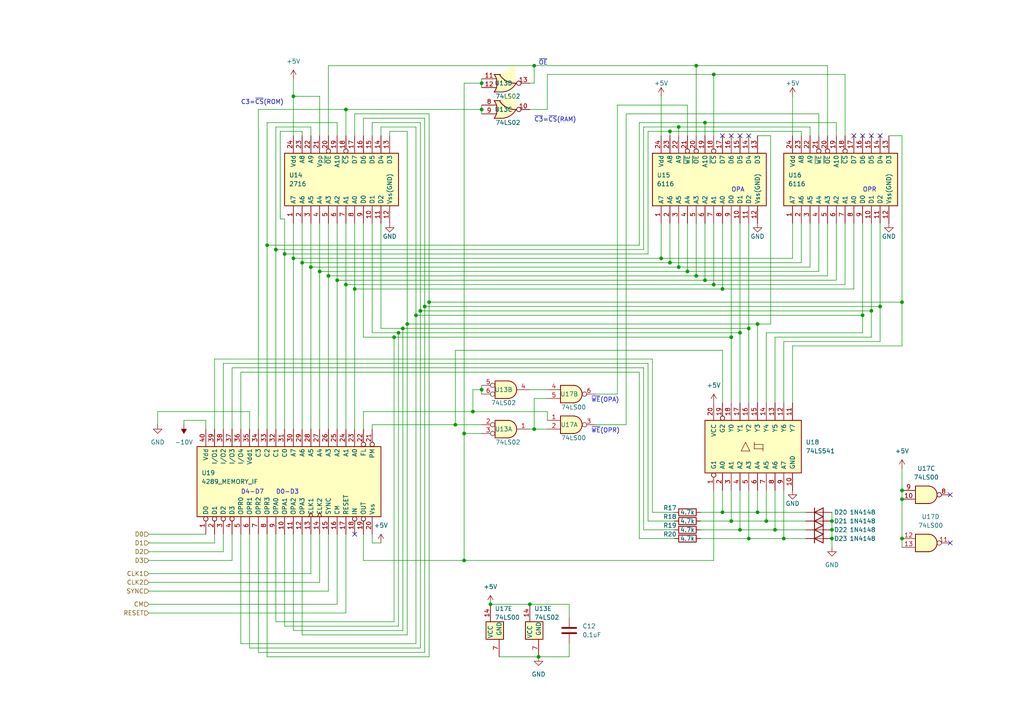
<source format=kicad_sch>
(kicad_sch (version 20211123) (generator eeschema)
  (paper "A4")
  (lib_symbols
    (symbol "000_MyLibrary:2716"
      (property "Reference" "U" (at -6.35 24.13 0))
      (property "Value" "2716" (at 2.54 24.13 0))
      (symbol "2716_1_1"
        (pin input line (at -12.7 20.32 0) (length 5.08) (name "A7") (number "1"))
        (pin tri_state line (at -12.7 -2.54 0) (length 5.08) (name "D1") (number "10"))
        (pin tri_state line (at -12.7 -5.08 0) (length 5.08) (name "D2") (number "11"))
        (pin power_in line (at -12.7 -7.62 0) (length 5.08) (name "Vss(GND)") (number "12"))
        (pin tri_state line (at 12.7 -7.62 180) (length 5.08) (name "D3") (number "13"))
        (pin tri_state line (at 12.7 -5.08 180) (length 5.08) (name "D4") (number "14"))
        (pin tri_state line (at 12.7 -2.54 180) (length 5.08) (name "D5") (number "15"))
        (pin tri_state line (at 12.7 0 180) (length 5.08) (name "D6") (number "16"))
        (pin tri_state line (at 12.7 2.54 180) (length 5.08) (name "D7") (number "17"))
        (pin input inverted (at 12.7 5.08 180) (length 5.08) (name "~{CS}") (number "18"))
        (pin input line (at 12.7 7.62 180) (length 5.08) (name "A10") (number "19"))
        (pin input line (at -12.7 17.78 0) (length 5.08) (name "A6") (number "2"))
        (pin input inverted (at 12.7 10.16 180) (length 5.08) (name "~{OE}") (number "20"))
        (pin power_in line (at 12.7 12.7 180) (length 5.08) (name "Vpp") (number "21"))
        (pin input line (at 12.7 15.24 180) (length 5.08) (name "A9") (number "22"))
        (pin input line (at 12.7 17.78 180) (length 5.08) (name "A8") (number "23"))
        (pin power_in line (at 12.7 20.32 180) (length 5.08) (name "Vdd") (number "24"))
        (pin input line (at -12.7 15.24 0) (length 5.08) (name "A5") (number "3"))
        (pin input line (at -12.7 12.7 0) (length 5.08) (name "A4") (number "4"))
        (pin input line (at -12.7 10.16 0) (length 5.08) (name "A3") (number "5"))
        (pin input line (at -12.7 7.62 0) (length 5.08) (name "A2") (number "6"))
        (pin input line (at -12.7 5.08 0) (length 5.08) (name "A1") (number "7"))
        (pin input line (at -12.7 2.54 0) (length 5.08) (name "A0") (number "8"))
        (pin tri_state line (at -12.7 0 0) (length 5.08) (name "D0") (number "9"))
      )
    )
    (symbol "000_MyLibrary:4289_MEMORY_IF"
      (property "Reference" "U" (at -7.62 30.48 0))
      (property "Value" "4289_MEMORY_IF" (at 7.62 27.94 0))
      (symbol "4289_MEMORY_IF_1_1"
        (pin bidirectional inverted (at -15.24 24.13 0) (length 5.08) (name "D0") (number "1"))
        (pin input line (at -15.24 1.27 0) (length 5.08) (name "OPA1") (number "10"))
        (pin input line (at -15.24 -1.27 0) (length 5.08) (name "OPA2") (number "11"))
        (pin input line (at -15.24 -3.81 0) (length 5.08) (name "OPA3") (number "12"))
        (pin input clock (at -15.24 -6.35 0) (length 5.08) (name "CLK1") (number "13"))
        (pin input clock (at -15.24 -8.89 0) (length 5.08) (name "CLK2") (number "14"))
        (pin input line (at -15.24 -11.43 0) (length 5.08) (name "SYNC") (number "15"))
        (pin input line (at -15.24 -13.97 0) (length 5.08) (name "CM") (number "16"))
        (pin input line (at -15.24 -16.51 0) (length 5.08) (name "RESET") (number "17"))
        (pin output inverted (at -15.24 -19.05 0) (length 5.08) (name "IN") (number "18"))
        (pin output inverted (at -15.24 -21.59 0) (length 5.08) (name "OUT") (number "19"))
        (pin bidirectional inverted (at -15.24 21.59 0) (length 5.08) (name "D1") (number "2"))
        (pin power_in line (at -15.24 -24.13 0) (length 5.08) (name "Vss") (number "20"))
        (pin output inverted (at 15.24 -24.13 180) (length 5.08) (name "PM") (number "21"))
        (pin output inverted (at 15.24 -21.59 180) (length 5.08) (name "FL") (number "22"))
        (pin output line (at 15.24 -19.05 180) (length 5.08) (name "A0") (number "23"))
        (pin output line (at 15.24 -16.51 180) (length 5.08) (name "A1") (number "24"))
        (pin output line (at 15.24 -13.97 180) (length 5.08) (name "A2") (number "25"))
        (pin output line (at 15.24 -11.43 180) (length 5.08) (name "A3") (number "26"))
        (pin output line (at 15.24 -8.89 180) (length 5.08) (name "A4") (number "27"))
        (pin output line (at 15.24 -6.35 180) (length 5.08) (name "A5") (number "28"))
        (pin output line (at 15.24 -3.81 180) (length 5.08) (name "A6") (number "29"))
        (pin bidirectional inverted (at -15.24 19.05 0) (length 5.08) (name "D2") (number "3"))
        (pin output line (at 15.24 -1.27 180) (length 5.08) (name "A7") (number "30"))
        (pin output line (at 15.24 1.27 180) (length 5.08) (name "C0") (number "31"))
        (pin output line (at 15.24 3.81 180) (length 5.08) (name "C1") (number "32"))
        (pin output line (at 15.24 6.35 180) (length 5.08) (name "C2") (number "33"))
        (pin output line (at 15.24 8.89 180) (length 5.08) (name "C3") (number "34"))
        (pin power_in line (at 15.24 11.43 180) (length 5.08) (name "Vdd1") (number "35"))
        (pin bidirectional line (at 15.24 13.97 180) (length 5.08) (name "I/O4") (number "36"))
        (pin bidirectional line (at 15.24 16.51 180) (length 5.08) (name "I/O3") (number "37"))
        (pin bidirectional line (at 15.24 19.05 180) (length 5.08) (name "I/O2") (number "38"))
        (pin bidirectional line (at 15.24 21.59 180) (length 5.08) (name "I/O1") (number "39"))
        (pin bidirectional inverted (at -15.24 16.51 0) (length 5.08) (name "D3") (number "4"))
        (pin power_in line (at 15.24 24.13 180) (length 5.08) (name "Vdd") (number "40"))
        (pin input line (at -15.24 13.97 0) (length 5.08) (name "OPR0") (number "5"))
        (pin input line (at -15.24 11.43 0) (length 5.08) (name "OPR1") (number "6"))
        (pin input line (at -15.24 8.89 0) (length 5.08) (name "OPR2") (number "7"))
        (pin input line (at -15.24 6.35 0) (length 5.08) (name "OPR3") (number "8"))
        (pin input line (at -15.24 3.81 0) (length 5.08) (name "OPA0") (number "9"))
      )
    )
    (symbol "000_MyLibrary:6116"
      (property "Reference" "U" (at -6.35 24.13 0))
      (property "Value" "6116" (at 2.54 24.13 0))
      (symbol "6116_1_1"
        (pin input line (at -12.7 20.32 0) (length 5.08) (name "A7") (number "1"))
        (pin tri_state line (at -12.7 -2.54 0) (length 5.08) (name "D1") (number "10"))
        (pin tri_state line (at -12.7 -5.08 0) (length 5.08) (name "D2") (number "11"))
        (pin power_in line (at -12.7 -7.62 0) (length 5.08) (name "Vss(GND)") (number "12"))
        (pin tri_state line (at 12.7 -7.62 180) (length 5.08) (name "D3") (number "13"))
        (pin tri_state line (at 12.7 -5.08 180) (length 5.08) (name "D4") (number "14"))
        (pin tri_state line (at 12.7 -2.54 180) (length 5.08) (name "D5") (number "15"))
        (pin tri_state line (at 12.7 0 180) (length 5.08) (name "D6") (number "16"))
        (pin tri_state line (at 12.7 2.54 180) (length 5.08) (name "D7") (number "17"))
        (pin input inverted (at 12.7 5.08 180) (length 5.08) (name "~{CS}") (number "18"))
        (pin input line (at 12.7 7.62 180) (length 5.08) (name "A10") (number "19"))
        (pin input line (at -12.7 17.78 0) (length 5.08) (name "A6") (number "2"))
        (pin input inverted (at 12.7 10.16 180) (length 5.08) (name "~{OE}") (number "20"))
        (pin input inverted (at 12.7 12.7 180) (length 5.08) (name "~{WE}") (number "21"))
        (pin input line (at 12.7 15.24 180) (length 5.08) (name "A9") (number "22"))
        (pin input line (at 12.7 17.78 180) (length 5.08) (name "A8") (number "23"))
        (pin power_in line (at 12.7 20.32 180) (length 5.08) (name "Vdd") (number "24"))
        (pin input line (at -12.7 15.24 0) (length 5.08) (name "A5") (number "3"))
        (pin input line (at -12.7 12.7 0) (length 5.08) (name "A4") (number "4"))
        (pin input line (at -12.7 10.16 0) (length 5.08) (name "A3") (number "5"))
        (pin input line (at -12.7 7.62 0) (length 5.08) (name "A2") (number "6"))
        (pin input line (at -12.7 5.08 0) (length 5.08) (name "A1") (number "7"))
        (pin input line (at -12.7 2.54 0) (length 5.08) (name "A0") (number "8"))
        (pin tri_state line (at -12.7 0 0) (length 5.08) (name "D0") (number "9"))
      )
    )
    (symbol "000_MyLibrary:74LS00" (pin_names (offset 1.016))
      (property "Reference" "U" (at -1.27 6.35 0))
      (property "Value" "74LS00" (at 1.27 3.81 0))
      (symbol "74LS00_1_1"
        (pin input line (at -7.62 1.27 0) (length 3.81) (name "~") (number "1"))
        (pin input line (at -7.62 -1.27 0) (length 3.81) (name "~") (number "2"))
        (pin output inverted (at 6.35 0 180) (length 3.81) (name "~") (number "3"))
      )
      (symbol "74LS00_1_2"
        (pin input inverted (at -7.62 1.27 0) (length 4.318) (name "~") (number "1"))
        (pin input inverted (at -7.62 -1.27 0) (length 4.318) (name "~") (number "2"))
        (pin output line (at 6.35 0 180) (length 3.81) (name "~") (number "3"))
      )
      (symbol "74LS00_2_1"
        (pin input line (at -7.62 1.27 0) (length 3.81) (name "~") (number "4"))
        (pin input line (at -7.62 -1.27 0) (length 3.81) (name "~") (number "5"))
        (pin output inverted (at 6.35 0 180) (length 3.81) (name "~") (number "6"))
      )
      (symbol "74LS00_2_2"
        (pin input inverted (at -7.62 1.27 0) (length 4.318) (name "~") (number "4"))
        (pin input inverted (at -7.62 -1.27 0) (length 4.318) (name "~") (number "5"))
        (pin output line (at 6.35 0 180) (length 3.81) (name "~") (number "6"))
      )
      (symbol "74LS00_3_1"
        (pin input line (at -7.62 -1.27 0) (length 3.81) (name "~") (number "10"))
        (pin output inverted (at 6.35 0 180) (length 3.81) (name "~") (number "8"))
        (pin input line (at -7.62 1.27 0) (length 3.81) (name "~") (number "9"))
      )
      (symbol "74LS00_3_2"
        (pin input inverted (at -7.62 -1.27 0) (length 4.318) (name "~") (number "10"))
        (pin output line (at 6.35 0 180) (length 3.81) (name "~") (number "8"))
        (pin input inverted (at -7.62 1.27 0) (length 4.318) (name "~") (number "9"))
      )
      (symbol "74LS00_4_1"
        (pin output inverted (at 6.35 0 180) (length 3.81) (name "~") (number "11"))
        (pin input line (at -7.62 1.27 0) (length 3.81) (name "~") (number "12"))
        (pin input line (at -7.62 -1.27 0) (length 3.81) (name "~") (number "13"))
      )
      (symbol "74LS00_4_2"
        (pin output line (at 6.35 0 180) (length 3.81) (name "~") (number "11"))
        (pin input inverted (at -7.62 1.27 0) (length 4.318) (name "~") (number "12"))
        (pin input inverted (at -7.62 -1.27 0) (length 4.318) (name "~") (number "13"))
      )
      (symbol "74LS00_5_0"
        (pin power_in line (at -1.27 7.62 270) (length 5.08) (name "VCC") (number "14"))
        (pin power_in line (at 1.27 -7.62 90) (length 5.08) (name "GND") (number "7"))
      )
    )
    (symbol "000_MyLibrary:74LS02" (pin_names (offset 1.016))
      (property "Reference" "U" (at 0 6.35 0))
      (property "Value" "74LS02" (at 2.54 3.81 0))
      (symbol "74LS02_1_1"
        (pin output inverted (at 6.35 0 180) (length 3.81) (name "~") (number "1"))
        (pin input line (at -7.62 1.27 0) (length 4.318) (name "~") (number "2"))
        (pin input line (at -7.62 -1.27 0) (length 4.318) (name "~") (number "3"))
      )
      (symbol "74LS02_1_2"
        (pin output line (at 6.35 0 180) (length 3.81) (name "~") (number "1"))
        (pin input inverted (at -7.62 1.27 0) (length 3.81) (name "~") (number "2"))
        (pin input inverted (at -7.62 -1.27 0) (length 3.81) (name "~") (number "3"))
      )
      (symbol "74LS02_2_1"
        (pin output inverted (at 6.35 0 180) (length 3.81) (name "~") (number "4"))
        (pin input line (at -7.62 1.27 0) (length 4.318) (name "~") (number "5"))
        (pin input line (at -7.62 -1.27 0) (length 4.318) (name "~") (number "6"))
      )
      (symbol "74LS02_2_2"
        (pin output line (at 6.35 0 180) (length 3.81) (name "~") (number "4"))
        (pin input inverted (at -7.62 1.27 0) (length 3.81) (name "~") (number "5"))
        (pin input inverted (at -7.62 -1.27 0) (length 3.81) (name "~") (number "6"))
      )
      (symbol "74LS02_3_1"
        (pin output inverted (at 6.35 0 180) (length 3.81) (name "~") (number "10"))
        (pin input line (at -7.62 1.27 0) (length 4.318) (name "~") (number "8"))
        (pin input line (at -7.62 -1.27 0) (length 4.318) (name "~") (number "9"))
      )
      (symbol "74LS02_3_2"
        (pin output line (at 6.35 0 180) (length 3.81) (name "~") (number "10"))
        (pin input inverted (at -7.62 1.27 0) (length 3.81) (name "~") (number "8"))
        (pin input inverted (at -7.62 -1.27 0) (length 3.81) (name "~") (number "9"))
      )
      (symbol "74LS02_4_1"
        (pin input line (at -7.62 1.27 0) (length 4.318) (name "~") (number "11"))
        (pin input line (at -7.62 -1.27 0) (length 4.318) (name "~") (number "12"))
        (pin output inverted (at 6.35 0 180) (length 3.81) (name "~") (number "13"))
      )
      (symbol "74LS02_4_2"
        (pin input inverted (at -7.62 1.27 0) (length 3.81) (name "~") (number "11"))
        (pin input inverted (at -7.62 -1.27 0) (length 3.81) (name "~") (number "12"))
        (pin output line (at 6.35 0 180) (length 3.81) (name "~") (number "13"))
      )
      (symbol "74LS02_5_0"
        (pin power_in line (at -1.27 7.62 270) (length 5.08) (name "VCC") (number "14"))
        (pin power_in line (at 1.27 -7.62 90) (length 5.08) (name "GND") (number "7"))
      )
    )
    (symbol "000_MyLibrary:74LS541" (pin_names (offset 1.016))
      (property "Reference" "U" (at -7.62 15.24 0))
      (property "Value" "74LS541" (at 3.81 15.24 0))
      (symbol "74LS541_1_0"
        (pin input inverted (at -12.7 11.43 0) (length 5.08) (name "G1") (number "1"))
        (pin power_in line (at -12.7 -11.43 0) (length 5.08) (name "GND") (number "10"))
        (pin tri_state line (at 12.7 -11.43 180) (length 5.08) (name "Y7") (number "11"))
        (pin tri_state line (at 12.7 -8.89 180) (length 5.08) (name "Y6") (number "12"))
        (pin tri_state line (at 12.7 -6.35 180) (length 5.08) (name "Y5") (number "13"))
        (pin tri_state line (at 12.7 -3.81 180) (length 5.08) (name "Y4") (number "14"))
        (pin tri_state line (at 12.7 -1.27 180) (length 5.08) (name "Y3") (number "15"))
        (pin tri_state line (at 12.7 1.27 180) (length 5.08) (name "Y2") (number "16"))
        (pin tri_state line (at 12.7 3.81 180) (length 5.08) (name "Y1") (number "17"))
        (pin tri_state line (at 12.7 6.35 180) (length 5.08) (name "Y0") (number "18"))
        (pin input inverted (at 12.7 8.89 180) (length 5.08) (name "G2") (number "19"))
        (pin input line (at -12.7 8.89 0) (length 5.08) (name "A0") (number "2"))
        (pin power_in line (at 12.7 11.43 180) (length 5.08) (name "VCC") (number "20"))
        (pin input line (at -12.7 6.35 0) (length 5.08) (name "A1") (number "3"))
        (pin input line (at -12.7 3.81 0) (length 5.08) (name "A2") (number "4"))
        (pin input line (at -12.7 1.27 0) (length 5.08) (name "A3") (number "5"))
        (pin input line (at -12.7 -1.27 0) (length 5.08) (name "A4") (number "6"))
        (pin input line (at -12.7 -3.81 0) (length 5.08) (name "A5") (number "7"))
        (pin input line (at -12.7 -6.35 0) (length 5.08) (name "A6") (number "8"))
        (pin input line (at -12.7 -8.89 0) (length 5.08) (name "A7") (number "9"))
      )
    )
    (symbol "000_MyLibrary:C" (pin_numbers hide) (pin_names (offset 0.254))
      (property "Reference" "C" (at 0.635 2.54 0))
      (property "Value" "C" (at 0.635 -2.54 0))
      (symbol "C_1_1"
        (pin passive line (at 0 3.81 270) (length 2.794) (name "~") (number "1"))
        (pin passive line (at 0 -3.81 90) (length 2.794) (name "~") (number "2"))
      )
    )
    (symbol "000_MyLibrary:R" (pin_numbers hide) (pin_names (offset 0))
      (property "Reference" "R" (at 2.032 0 90))
      (property "Value" "R" (at 0 0 90))
      (symbol "R_1_1"
        (pin passive line (at 0 3.81 270) (length 1.27) (name "~") (number "1"))
        (pin passive line (at 0 -3.81 90) (length 1.27) (name "~") (number "2"))
      )
    )
    (symbol "74LS00_1" (pin_names (offset 1.016))
      (property "Reference" "U" (at -1.27 6.35 0))
      (property "Value" "74LS00_1" (at 1.27 3.81 0))
      (symbol "74LS00_1_1_1"
        (pin input line (at -7.62 1.27 0) (length 3.81) (name "~") (number "1"))
        (pin input line (at -7.62 -1.27 0) (length 3.81) (name "~") (number "2"))
        (pin output inverted (at 6.35 0 180) (length 3.81) (name "~") (number "3"))
      )
      (symbol "74LS00_1_1_2"
        (pin input inverted (at -7.62 1.27 0) (length 4.318) (name "~") (number "1"))
        (pin input inverted (at -7.62 -1.27 0) (length 4.318) (name "~") (number "2"))
        (pin output line (at 6.35 0 180) (length 3.81) (name "~") (number "3"))
      )
      (symbol "74LS00_1_2_1"
        (pin input line (at -7.62 1.27 0) (length 3.81) (name "~") (number "4"))
        (pin input line (at -7.62 -1.27 0) (length 3.81) (name "~") (number "5"))
        (pin output inverted (at 6.35 0 180) (length 3.81) (name "~") (number "6"))
      )
      (symbol "74LS00_1_2_2"
        (pin input inverted (at -7.62 1.27 0) (length 4.318) (name "~") (number "4"))
        (pin input inverted (at -7.62 -1.27 0) (length 4.318) (name "~") (number "5"))
        (pin output line (at 6.35 0 180) (length 3.81) (name "~") (number "6"))
      )
      (symbol "74LS00_1_3_1"
        (pin input line (at -7.62 -1.27 0) (length 3.81) (name "~") (number "10"))
        (pin output inverted (at 6.35 0 180) (length 3.81) (name "~") (number "8"))
        (pin input line (at -7.62 1.27 0) (length 3.81) (name "~") (number "9"))
      )
      (symbol "74LS00_1_3_2"
        (pin input inverted (at -7.62 -1.27 0) (length 4.318) (name "~") (number "10"))
        (pin output line (at 6.35 0 180) (length 3.81) (name "~") (number "8"))
        (pin input inverted (at -7.62 1.27 0) (length 4.318) (name "~") (number "9"))
      )
      (symbol "74LS00_1_4_1"
        (pin output inverted (at 6.35 0 180) (length 3.81) (name "~") (number "11"))
        (pin input line (at -7.62 1.27 0) (length 3.81) (name "~") (number "12"))
        (pin input line (at -7.62 -1.27 0) (length 3.81) (name "~") (number "13"))
      )
      (symbol "74LS00_1_4_2"
        (pin output line (at 6.35 0 180) (length 3.81) (name "~") (number "11"))
        (pin input inverted (at -7.62 1.27 0) (length 4.318) (name "~") (number "12"))
        (pin input inverted (at -7.62 -1.27 0) (length 4.318) (name "~") (number "13"))
      )
      (symbol "74LS00_1_5_0"
        (pin power_in line (at -1.27 7.62 270) (length 5.08) (name "VCC") (number "14"))
        (pin power_in line (at 1.27 -7.62 90) (length 5.08) (name "GND") (number "7"))
      )
    )
    (symbol "74LS00_2" (pin_names (offset 1.016))
      (property "Reference" "U" (at -1.27 6.35 0))
      (property "Value" "74LS00_2" (at 1.27 3.81 0))
      (symbol "74LS00_2_1_1"
        (pin input line (at -7.62 1.27 0) (length 3.81) (name "~") (number "1"))
        (pin input line (at -7.62 -1.27 0) (length 3.81) (name "~") (number "2"))
        (pin output inverted (at 6.35 0 180) (length 3.81) (name "~") (number "3"))
      )
      (symbol "74LS00_2_1_2"
        (pin input inverted (at -7.62 1.27 0) (length 4.318) (name "~") (number "1"))
        (pin input inverted (at -7.62 -1.27 0) (length 4.318) (name "~") (number "2"))
        (pin output line (at 6.35 0 180) (length 3.81) (name "~") (number "3"))
      )
      (symbol "74LS00_2_2_1"
        (pin input line (at -7.62 1.27 0) (length 3.81) (name "~") (number "4"))
        (pin input line (at -7.62 -1.27 0) (length 3.81) (name "~") (number "5"))
        (pin output inverted (at 6.35 0 180) (length 3.81) (name "~") (number "6"))
      )
      (symbol "74LS00_2_2_2"
        (pin input inverted (at -7.62 1.27 0) (length 4.318) (name "~") (number "4"))
        (pin input inverted (at -7.62 -1.27 0) (length 4.318) (name "~") (number "5"))
        (pin output line (at 6.35 0 180) (length 3.81) (name "~") (number "6"))
      )
      (symbol "74LS00_2_3_1"
        (pin input line (at -7.62 -1.27 0) (length 3.81) (name "~") (number "10"))
        (pin output inverted (at 6.35 0 180) (length 3.81) (name "~") (number "8"))
        (pin input line (at -7.62 1.27 0) (length 3.81) (name "~") (number "9"))
      )
      (symbol "74LS00_2_3_2"
        (pin input inverted (at -7.62 -1.27 0) (length 4.318) (name "~") (number "10"))
        (pin output line (at 6.35 0 180) (length 3.81) (name "~") (number "8"))
        (pin input inverted (at -7.62 1.27 0) (length 4.318) (name "~") (number "9"))
      )
      (symbol "74LS00_2_4_1"
        (pin output inverted (at 6.35 0 180) (length 3.81) (name "~") (number "11"))
        (pin input line (at -7.62 1.27 0) (length 3.81) (name "~") (number "12"))
        (pin input line (at -7.62 -1.27 0) (length 3.81) (name "~") (number "13"))
      )
      (symbol "74LS00_2_4_2"
        (pin output line (at 6.35 0 180) (length 3.81) (name "~") (number "11"))
        (pin input inverted (at -7.62 1.27 0) (length 4.318) (name "~") (number "12"))
        (pin input inverted (at -7.62 -1.27 0) (length 4.318) (name "~") (number "13"))
      )
      (symbol "74LS00_2_5_0"
        (pin power_in line (at -1.27 7.62 270) (length 5.08) (name "VCC") (number "14"))
        (pin power_in line (at 1.27 -7.62 90) (length 5.08) (name "GND") (number "7"))
      )
    )
    (symbol "74LS00_3" (pin_names (offset 1.016))
      (property "Reference" "U" (at -1.27 6.35 0))
      (property "Value" "74LS00_3" (at 1.27 3.81 0))
      (symbol "74LS00_3_1_1"
        (pin input line (at -7.62 1.27 0) (length 3.81) (name "~") (number "1"))
        (pin input line (at -7.62 -1.27 0) (length 3.81) (name "~") (number "2"))
        (pin output inverted (at 6.35 0 180) (length 3.81) (name "~") (number "3"))
      )
      (symbol "74LS00_3_1_2"
        (pin input inverted (at -7.62 1.27 0) (length 4.318) (name "~") (number "1"))
        (pin input inverted (at -7.62 -1.27 0) (length 4.318) (name "~") (number "2"))
        (pin output line (at 6.35 0 180) (length 3.81) (name "~") (number "3"))
      )
      (symbol "74LS00_3_2_1"
        (pin input line (at -7.62 1.27 0) (length 3.81) (name "~") (number "4"))
        (pin input line (at -7.62 -1.27 0) (length 3.81) (name "~") (number "5"))
        (pin output inverted (at 6.35 0 180) (length 3.81) (name "~") (number "6"))
      )
      (symbol "74LS00_3_2_2"
        (pin input inverted (at -7.62 1.27 0) (length 4.318) (name "~") (number "4"))
        (pin input inverted (at -7.62 -1.27 0) (length 4.318) (name "~") (number "5"))
        (pin output line (at 6.35 0 180) (length 3.81) (name "~") (number "6"))
      )
      (symbol "74LS00_3_3_1"
        (pin input line (at -7.62 -1.27 0) (length 3.81) (name "~") (number "10"))
        (pin output inverted (at 6.35 0 180) (length 3.81) (name "~") (number "8"))
        (pin input line (at -7.62 1.27 0) (length 3.81) (name "~") (number "9"))
      )
      (symbol "74LS00_3_3_2"
        (pin input inverted (at -7.62 -1.27 0) (length 4.318) (name "~") (number "10"))
        (pin output line (at 6.35 0 180) (length 3.81) (name "~") (number "8"))
        (pin input inverted (at -7.62 1.27 0) (length 4.318) (name "~") (number "9"))
      )
      (symbol "74LS00_3_4_1"
        (pin output inverted (at 6.35 0 180) (length 3.81) (name "~") (number "11"))
        (pin input line (at -7.62 1.27 0) (length 3.81) (name "~") (number "12"))
        (pin input line (at -7.62 -1.27 0) (length 3.81) (name "~") (number "13"))
      )
      (symbol "74LS00_3_4_2"
        (pin output line (at 6.35 0 180) (length 3.81) (name "~") (number "11"))
        (pin input inverted (at -7.62 1.27 0) (length 4.318) (name "~") (number "12"))
        (pin input inverted (at -7.62 -1.27 0) (length 4.318) (name "~") (number "13"))
      )
      (symbol "74LS00_3_5_0"
        (pin power_in line (at -1.27 7.62 270) (length 5.08) (name "VCC") (number "14"))
        (pin power_in line (at 1.27 -7.62 90) (length 5.08) (name "GND") (number "7"))
      )
    )
    (symbol "74LS00_4" (pin_names (offset 1.016))
      (property "Reference" "U" (at -1.27 6.35 0))
      (property "Value" "74LS00_4" (at 1.27 3.81 0))
      (symbol "74LS00_4_1_1"
        (pin input line (at -7.62 1.27 0) (length 3.81) (name "~") (number "1"))
        (pin input line (at -7.62 -1.27 0) (length 3.81) (name "~") (number "2"))
        (pin output inverted (at 6.35 0 180) (length 3.81) (name "~") (number "3"))
      )
      (symbol "74LS00_4_1_2"
        (pin input inverted (at -7.62 1.27 0) (length 4.318) (name "~") (number "1"))
        (pin input inverted (at -7.62 -1.27 0) (length 4.318) (name "~") (number "2"))
        (pin output line (at 6.35 0 180) (length 3.81) (name "~") (number "3"))
      )
      (symbol "74LS00_4_2_1"
        (pin input line (at -7.62 1.27 0) (length 3.81) (name "~") (number "4"))
        (pin input line (at -7.62 -1.27 0) (length 3.81) (name "~") (number "5"))
        (pin output inverted (at 6.35 0 180) (length 3.81) (name "~") (number "6"))
      )
      (symbol "74LS00_4_2_2"
        (pin input inverted (at -7.62 1.27 0) (length 4.318) (name "~") (number "4"))
        (pin input inverted (at -7.62 -1.27 0) (length 4.318) (name "~") (number "5"))
        (pin output line (at 6.35 0 180) (length 3.81) (name "~") (number "6"))
      )
      (symbol "74LS00_4_3_1"
        (pin input line (at -7.62 -1.27 0) (length 3.81) (name "~") (number "10"))
        (pin output inverted (at 6.35 0 180) (length 3.81) (name "~") (number "8"))
        (pin input line (at -7.62 1.27 0) (length 3.81) (name "~") (number "9"))
      )
      (symbol "74LS00_4_3_2"
        (pin input inverted (at -7.62 -1.27 0) (length 4.318) (name "~") (number "10"))
        (pin output line (at 6.35 0 180) (length 3.81) (name "~") (number "8"))
        (pin input inverted (at -7.62 1.27 0) (length 4.318) (name "~") (number "9"))
      )
      (symbol "74LS00_4_4_1"
        (pin output inverted (at 6.35 0 180) (length 3.81) (name "~") (number "11"))
        (pin input line (at -7.62 1.27 0) (length 3.81) (name "~") (number "12"))
        (pin input line (at -7.62 -1.27 0) (length 3.81) (name "~") (number "13"))
      )
      (symbol "74LS00_4_4_2"
        (pin output line (at 6.35 0 180) (length 3.81) (name "~") (number "11"))
        (pin input inverted (at -7.62 1.27 0) (length 4.318) (name "~") (number "12"))
        (pin input inverted (at -7.62 -1.27 0) (length 4.318) (name "~") (number "13"))
      )
      (symbol "74LS00_4_5_0"
        (pin power_in line (at -1.27 7.62 270) (length 5.08) (name "VCC") (number "14"))
        (pin power_in line (at 1.27 -7.62 90) (length 5.08) (name "GND") (number "7"))
      )
    )
    (symbol "Diode:1N4148" (pin_numbers hide) (pin_names hide)
      (property "Reference" "D" (at 0 2.54 0))
      (property "Value" "1N4148" (at 0 -2.54 0))
      (symbol "1N4148_1_1"
        (pin passive line (at -3.81 0 0) (length 2.54) (name "K") (number "1"))
        (pin passive line (at 3.81 0 180) (length 2.54) (name "A") (number "2"))
      )
    )
    (symbol "power:+5V" (power) (pin_names (offset 0))
      (property "Value" "+5V" (at 0 3.556 0))
      (symbol "+5V_1_1"
        (pin power_in line (at 0 0 90) (length 0) hide (name "+5V") (number "1"))
      )
    )
    (symbol "power:-10V" (power) (pin_names (offset 0))
      (property "Value" "-10V" (at 0 3.81 0))
      (symbol "-10V_0_0"
        (pin power_in line (at 0 0 90) (length 0) hide (name "-10V") (number "1"))
      )
    )
    (symbol "power:GND" (power) (pin_names (offset 0))
      (property "Value" "GND" (at 0 -3.81 0))
      (symbol "GND_1_1"
        (pin power_in line (at 0 0 270) (length 0) hide (name "GND") (number "1"))
      )
    )
  )
  (junction (at 85.09 74.93))
  (junction (at 124.46 87.63))
  (junction (at 196.85 77.47))
  (junction (at 139.7 31.75))
  (junction (at 142.24 175.26))
  (junction (at 241.3 151.13))
  (junction (at 261.62 142.24))
  (junction (at 217.17 156.21))
  (junction (at 212.09 97.79))
  (junction (at 132.08 123.19))
  (junction (at 154.94 124.46))
  (junction (at 214.63 96.52))
  (junction (at 217.17 95.25))
  (junction (at 97.79 81.28))
  (junction (at 77.47 71.12))
  (junction (at 261.62 156.21))
  (junction (at 115.57 96.52))
  (junction (at 196.85 36.83))
  (junction (at 214.63 153.67))
  (junction (at 90.17 77.47))
  (junction (at 241.3 153.67))
  (junction (at 100.33 82.55))
  (junction (at 95.25 80.01))
  (junction (at 194.31 38.1))
  (junction (at 137.16 119.38))
  (junction (at 120.65 91.44))
  (junction (at 82.55 73.66))
  (junction (at 201.93 80.01))
  (junction (at 191.77 74.93))
  (junction (at 139.7 113.03))
  (junction (at 201.93 19.05))
  (junction (at 241.3 156.21))
  (junction (at 114.3 97.79))
  (junction (at 219.71 93.98))
  (junction (at 261.62 87.63))
  (junction (at 209.55 83.82))
  (junction (at 255.27 88.9))
  (junction (at 118.11 93.98))
  (junction (at 252.73 90.17))
  (junction (at 87.63 76.2))
  (junction (at 121.92 90.17))
  (junction (at 134.62 162.56))
  (junction (at 139.7 24.13))
  (junction (at 134.62 125.73))
  (junction (at 123.19 88.9))
  (junction (at 156.21 190.5))
  (junction (at 116.84 95.25))
  (junction (at 154.94 19.05))
  (junction (at 153.67 175.26))
  (junction (at 194.31 76.2))
  (junction (at 92.71 78.74))
  (junction (at 261.62 144.78))
  (junction (at 250.19 91.44))
  (junction (at 85.09 27.94))
  (junction (at 212.09 151.13))
  (junction (at 207.01 21.59))
  (junction (at 204.47 35.56))
  (junction (at 209.55 148.59))
  (junction (at 80.01 72.39))
  (junction (at 100.33 31.75))
  (junction (at 222.25 151.13))
  (junction (at 204.47 81.28))
  (junction (at 224.79 153.67))
  (junction (at 102.87 83.82))
  (junction (at 207.01 82.55))
  (junction (at 219.71 148.59))
  (junction (at 199.39 78.74))
  (junction (at 227.33 156.21))
  (no_connect (at 255.27 39.37))
  (no_connect (at 102.87 154.94))
  (no_connect (at 217.17 39.37))
  (no_connect (at 252.73 39.37))
  (no_connect (at 275.59 157.48))
  (no_connect (at 247.65 39.37))
  (no_connect (at 250.19 39.37))
  (no_connect (at 209.55 39.37))
  (no_connect (at 214.63 39.37))
  (no_connect (at 275.59 143.51))
  (no_connect (at 212.09 39.37))
  (wire (pts (xy 102.87 83.82) (xy 102.87 124.46)))
  (wire (pts (xy 212.09 142.24) (xy 212.09 151.13)))
  (wire (pts (xy 247.65 64.77) (xy 247.65 83.82)))
  (wire (pts (xy 222.25 142.24) (xy 222.25 151.13)))
  (wire (pts (xy 107.95 35.56) (xy 121.92 35.56)))
  (wire (pts (xy 120.65 91.44) (xy 250.19 91.44)))
  (wire (pts (xy 158.75 31.75) (xy 158.75 21.59)))
  (wire (pts (xy 158.75 115.57) (xy 154.94 115.57)))
  (wire (pts (xy 185.42 71.12) (xy 185.42 35.56)))
  (wire (pts (xy 81.28 63.5) (xy 82.55 63.5)))
  (wire (pts (xy 237.49 78.74) (xy 199.39 78.74)))
  (wire (pts (xy 116.84 95.25) (xy 217.17 95.25)))
  (wire (pts (xy 261.62 156.21) (xy 261.62 158.75)))
  (wire (pts (xy 186.69 153.67) (xy 195.58 153.67)))
  (wire (pts (xy 201.93 80.01) (xy 95.25 80.01)))
  (wire (pts (xy 209.55 101.6) (xy 132.08 101.6)))
  (wire (pts (xy 199.39 64.77) (xy 199.39 78.74)))
  (wire (pts (xy 124.46 87.63) (xy 261.62 87.63)))
  (wire (pts (xy 87.63 184.15) (xy 118.11 184.15)))
  (wire (pts (xy 116.84 95.25) (xy 116.84 182.88)))
  (wire (pts (xy 80.01 154.94) (xy 80.01 180.34)))
  (wire (pts (xy 87.63 38.1) (xy 87.63 39.37)))
  (wire (pts (xy 80.01 180.34) (xy 114.3 180.34)))
  (wire (pts (xy 181.61 123.19) (xy 181.61 33.02)))
  (wire (pts (xy 144.78 190.5) (xy 156.21 190.5)))
  (wire (pts (xy 224.79 97.79) (xy 224.79 116.84)))
  (wire (pts (xy 110.49 95.25) (xy 116.84 95.25)))
  (wire (pts (xy 82.55 181.61) (xy 115.57 181.61)))
  (wire (pts (xy 242.57 81.28) (xy 204.47 81.28)))
  (wire (pts (xy 105.41 34.29) (xy 123.19 34.29)))
  (wire (pts (xy 199.39 78.74) (xy 92.71 78.74)))
  (wire (pts (xy 77.47 35.56) (xy 97.79 35.56)))
  (wire (pts (xy 234.95 77.47) (xy 196.85 77.47)))
  (wire (pts (xy 153.67 124.46) (xy 154.94 124.46)))
  (wire (pts (xy 214.63 96.52) (xy 214.63 116.84)))
  (wire (pts (xy 123.19 34.29) (xy 123.19 88.9)))
  (wire (pts (xy 189.23 104.14) (xy 189.23 148.59)))
  (wire (pts (xy 199.39 30.48) (xy 199.39 39.37)))
  (wire (pts (xy 156.21 190.5) (xy 165.1 190.5)))
  (wire (pts (xy 87.63 38.1) (xy 81.28 38.1)))
  (wire (pts (xy 67.31 106.68) (xy 186.69 106.68)))
  (wire (pts (xy 154.94 24.13) (xy 153.67 24.13)))
  (wire (pts (xy 123.19 189.23) (xy 74.93 189.23)))
  (wire (pts (xy 234.95 36.83) (xy 196.85 36.83)))
  (wire (pts (xy 62.23 104.14) (xy 62.23 124.46)))
  (wire (pts (xy 142.24 175.26) (xy 153.67 175.26)))
  (wire (pts (xy 100.33 31.75) (xy 100.33 39.37)))
  (wire (pts (xy 185.42 156.21) (xy 195.58 156.21)))
  (wire (pts (xy 72.39 154.94) (xy 72.39 187.96)))
  (wire (pts (xy 194.31 38.1) (xy 194.31 39.37)))
  (wire (pts (xy 69.85 107.95) (xy 69.85 124.46)))
  (wire (pts (xy 100.33 31.75) (xy 139.7 31.75)))
  (wire (pts (xy 105.41 119.38) (xy 137.16 119.38)))
  (wire (pts (xy 134.62 24.13) (xy 139.7 24.13)))
  (wire (pts (xy 82.55 73.66) (xy 82.55 124.46)))
  (wire (pts (xy 241.3 153.67) (xy 241.3 156.21)))
  (wire (pts (xy 90.17 64.77) (xy 90.17 77.47)))
  (wire (pts (xy 139.7 31.75) (xy 139.7 33.02)))
  (wire (pts (xy 69.85 107.95) (xy 185.42 107.95)))
  (wire (pts (xy 252.73 64.77) (xy 252.73 90.17)))
  (wire (pts (xy 72.39 187.96) (xy 121.92 187.96)))
  (wire (pts (xy 194.31 38.1) (xy 232.41 38.1)))
  (wire (pts (xy 43.18 166.37) (xy 90.17 166.37)))
  (wire (pts (xy 110.49 36.83) (xy 110.49 39.37)))
  (wire (pts (xy 203.2 148.59) (xy 209.55 148.59)))
  (wire (pts (xy 203.2 153.67) (xy 214.63 153.67)))
  (wire (pts (xy 115.57 96.52) (xy 214.63 96.52)))
  (wire (pts (xy 227.33 156.21) (xy 233.68 156.21)))
  (wire (pts (xy 124.46 87.63) (xy 124.46 190.5)))
  (wire (pts (xy 172.72 114.3) (xy 179.07 114.3)))
  (wire (pts (xy 172.72 123.19) (xy 181.61 123.19)))
  (wire (pts (xy 179.07 30.48) (xy 199.39 30.48)))
  (wire (pts (xy 43.18 157.48) (xy 62.23 157.48)))
  (wire (pts (xy 43.18 162.56) (xy 67.31 162.56)))
  (wire (pts (xy 69.85 186.69) (xy 120.65 186.69)))
  (wire (pts (xy 139.7 111.76) (xy 139.7 113.03)))
  (wire (pts (xy 95.25 19.05) (xy 154.94 19.05)))
  (wire (pts (xy 105.41 97.79) (xy 114.3 97.79)))
  (wire (pts (xy 165.1 179.07) (xy 165.1 175.26)))
  (wire (pts (xy 92.71 27.94) (xy 85.09 27.94)))
  (wire (pts (xy 219.71 93.98) (xy 219.71 116.84)))
  (wire (pts (xy 100.33 64.77) (xy 100.33 82.55)))
  (wire (pts (xy 134.62 24.13) (xy 134.62 125.73)))
  (wire (pts (xy 250.19 91.44) (xy 250.19 96.52)))
  (wire (pts (xy 212.09 64.77) (xy 212.09 97.79)))
  (wire (pts (xy 222.25 151.13) (xy 233.68 151.13)))
  (wire (pts (xy 139.7 24.13) (xy 139.7 25.4)))
  (wire (pts (xy 203.2 156.21) (xy 217.17 156.21)))
  (wire (pts (xy 80.01 36.83) (xy 80.01 72.39)))
  (wire (pts (xy 110.49 36.83) (xy 120.65 36.83)))
  (wire (pts (xy 217.17 142.24) (xy 217.17 156.21)))
  (wire (pts (xy 217.17 64.77) (xy 217.17 95.25)))
  (wire (pts (xy 105.41 162.56) (xy 134.62 162.56)))
  (wire (pts (xy 137.16 119.38) (xy 158.75 119.38)))
  (wire (pts (xy 245.11 64.77) (xy 245.11 82.55)))
  (wire (pts (xy 82.55 154.94) (xy 82.55 181.61)))
  (wire (pts (xy 72.39 124.46) (xy 72.39 119.38)))
  (wire (pts (xy 97.79 64.77) (xy 97.79 81.28)))
  (wire (pts (xy 134.62 125.73) (xy 139.7 125.73)))
  (wire (pts (xy 224.79 153.67) (xy 233.68 153.67)))
  (wire (pts (xy 153.67 31.75) (xy 158.75 31.75)))
  (wire (pts (xy 187.96 73.66) (xy 187.96 38.1)))
  (wire (pts (xy 107.95 124.46) (xy 107.95 123.19)))
  (wire (pts (xy 107.95 157.48) (xy 110.49 157.48)))
  (wire (pts (xy 219.71 148.59) (xy 233.68 148.59)))
  (wire (pts (xy 92.71 78.74) (xy 92.71 124.46)))
  (wire (pts (xy 229.87 100.33) (xy 261.62 100.33)))
  (wire (pts (xy 87.63 154.94) (xy 87.63 184.15)))
  (wire (pts (xy 232.41 38.1) (xy 232.41 39.37)))
  (wire (pts (xy 261.62 87.63) (xy 261.62 39.37)))
  (wire (pts (xy 107.95 35.56) (xy 107.95 39.37)))
  (wire (pts (xy 121.92 90.17) (xy 252.73 90.17)))
  (wire (pts (xy 207.01 21.59) (xy 207.01 39.37)))
  (wire (pts (xy 255.27 64.77) (xy 255.27 88.9)))
  (wire (pts (xy 82.55 63.5) (xy 82.55 73.66)))
  (wire (pts (xy 240.03 19.05) (xy 240.03 39.37)))
  (wire (pts (xy 110.49 64.77) (xy 110.49 95.25)))
  (wire (pts (xy 237.49 64.77) (xy 237.49 78.74)))
  (wire (pts (xy 227.33 156.21) (xy 217.17 156.21)))
  (wire (pts (xy 80.01 36.83) (xy 90.17 36.83)))
  (wire (pts (xy 90.17 77.47) (xy 90.17 124.46)))
  (wire (pts (xy 223.52 39.37) (xy 223.52 93.98)))
  (wire (pts (xy 229.87 74.93) (xy 191.77 74.93)))
  (wire (pts (xy 90.17 36.83) (xy 90.17 39.37)))
  (wire (pts (xy 229.87 64.77) (xy 229.87 74.93)))
  (wire (pts (xy 107.95 64.77) (xy 107.95 96.52)))
  (wire (pts (xy 102.87 33.02) (xy 102.87 39.37)))
  (wire (pts (xy 85.09 74.93) (xy 85.09 124.46)))
  (wire (pts (xy 92.71 39.37) (xy 92.71 27.94)))
  (wire (pts (xy 53.34 121.92) (xy 59.69 121.92)))
  (wire (pts (xy 209.55 101.6) (xy 209.55 116.84)))
  (wire (pts (xy 187.96 38.1) (xy 194.31 38.1)))
  (wire (pts (xy 85.09 22.86) (xy 85.09 27.94)))
  (wire (pts (xy 219.71 142.24) (xy 219.71 148.59)))
  (wire (pts (xy 124.46 33.02) (xy 102.87 33.02)))
  (wire (pts (xy 204.47 81.28) (xy 97.79 81.28)))
  (wire (pts (xy 80.01 72.39) (xy 80.01 124.46)))
  (wire (pts (xy 43.18 171.45) (xy 95.25 171.45)))
  (wire (pts (xy 74.93 31.75) (xy 74.93 124.46)))
  (wire (pts (xy 97.79 35.56) (xy 97.79 39.37)))
  (wire (pts (xy 222.25 96.52) (xy 222.25 116.84)))
  (wire (pts (xy 158.75 119.38) (xy 158.75 121.92)))
  (wire (pts (xy 45.72 119.38) (xy 45.72 123.19)))
  (wire (pts (xy 59.69 121.92) (xy 59.69 124.46)))
  (wire (pts (xy 217.17 95.25) (xy 217.17 116.84)))
  (wire (pts (xy 115.57 96.52) (xy 115.57 181.61)))
  (wire (pts (xy 214.63 153.67) (xy 224.79 153.67)))
  (wire (pts (xy 87.63 76.2) (xy 87.63 124.46)))
  (wire (pts (xy 186.69 72.39) (xy 186.69 36.83)))
  (wire (pts (xy 124.46 87.63) (xy 124.46 33.02)))
  (wire (pts (xy 132.08 101.6) (xy 132.08 123.19)))
  (wire (pts (xy 191.77 64.77) (xy 191.77 74.93)))
  (wire (pts (xy 81.28 38.1) (xy 81.28 63.5)))
  (wire (pts (xy 204.47 35.56) (xy 242.57 35.56)))
  (wire (pts (xy 232.41 64.77) (xy 232.41 76.2)))
  (wire (pts (xy 139.7 24.13) (xy 139.7 22.86)))
  (wire (pts (xy 247.65 83.82) (xy 209.55 83.82)))
  (wire (pts (xy 95.25 80.01) (xy 95.25 124.46)))
  (wire (pts (xy 191.77 27.94) (xy 191.77 39.37)))
  (wire (pts (xy 261.62 135.89) (xy 261.62 142.24)))
  (wire (pts (xy 240.03 80.01) (xy 201.93 80.01)))
  (wire (pts (xy 105.41 64.77) (xy 105.41 97.79)))
  (wire (pts (xy 90.17 166.37) (xy 90.17 154.94)))
  (wire (pts (xy 85.09 74.93) (xy 191.77 74.93)))
  (wire (pts (xy 232.41 76.2) (xy 194.31 76.2)))
  (wire (pts (xy 90.17 77.47) (xy 196.85 77.47)))
  (wire (pts (xy 241.3 156.21) (xy 241.3 158.75)))
  (wire (pts (xy 105.41 154.94) (xy 105.41 162.56)))
  (wire (pts (xy 53.34 121.92) (xy 53.34 123.19)))
  (wire (pts (xy 85.09 27.94) (xy 85.09 39.37)))
  (wire (pts (xy 158.75 21.59) (xy 207.01 21.59)))
  (wire (pts (xy 113.03 38.1) (xy 118.11 38.1)))
  (wire (pts (xy 80.01 72.39) (xy 186.69 72.39)))
  (wire (pts (xy 196.85 36.83) (xy 196.85 39.37)))
  (wire (pts (xy 207.01 21.59) (xy 245.11 21.59)))
  (wire (pts (xy 95.25 19.05) (xy 95.25 39.37)))
  (wire (pts (xy 97.79 81.28) (xy 97.79 124.46)))
  (wire (pts (xy 120.65 36.83) (xy 120.65 91.44)))
  (wire (pts (xy 153.67 113.03) (xy 158.75 113.03)))
  (wire (pts (xy 223.52 39.37) (xy 219.71 39.37)))
  (wire (pts (xy 85.09 64.77) (xy 85.09 74.93)))
  (wire (pts (xy 203.2 151.13) (xy 212.09 151.13)))
  (wire (pts (xy 102.87 64.77) (xy 102.87 83.82)))
  (wire (pts (xy 92.71 64.77) (xy 92.71 78.74)))
  (wire (pts (xy 74.93 154.94) (xy 74.93 189.23)))
  (wire (pts (xy 139.7 31.75) (xy 139.7 30.48)))
  (wire (pts (xy 227.33 99.06) (xy 227.33 116.84)))
  (wire (pts (xy 187.96 105.41) (xy 187.96 151.13)))
  (wire (pts (xy 82.55 73.66) (xy 187.96 73.66)))
  (wire (pts (xy 209.55 142.24) (xy 209.55 148.59)))
  (wire (pts (xy 214.63 64.77) (xy 214.63 96.52)))
  (wire (pts (xy 207.01 64.77) (xy 207.01 82.55)))
  (wire (pts (xy 139.7 113.03) (xy 139.7 114.3)))
  (wire (pts (xy 64.77 105.41) (xy 187.96 105.41)))
  (wire (pts (xy 100.33 177.8) (xy 43.18 177.8)))
  (wire (pts (xy 241.3 153.67) (xy 241.3 151.13)))
  (wire (pts (xy 113.03 38.1) (xy 113.03 39.37)))
  (wire (pts (xy 87.63 64.77) (xy 87.63 76.2)))
  (wire (pts (xy 118.11 38.1) (xy 118.11 93.98)))
  (wire (pts (xy 201.93 19.05) (xy 201.93 39.37)))
  (wire (pts (xy 107.95 96.52) (xy 115.57 96.52)))
  (wire (pts (xy 207.01 162.56) (xy 207.01 142.24)))
  (wire (pts (xy 212.09 97.79) (xy 212.09 116.84)))
  (wire (pts (xy 64.77 160.02) (xy 64.77 154.94)))
  (wire (pts (xy 255.27 88.9) (xy 255.27 99.06)))
  (wire (pts (xy 43.18 168.91) (xy 92.71 168.91)))
  (wire (pts (xy 227.33 99.06) (xy 255.27 99.06)))
  (wire (pts (xy 212.09 151.13) (xy 222.25 151.13)))
  (wire (pts (xy 154.94 19.05) (xy 201.93 19.05)))
  (wire (pts (xy 207.01 82.55) (xy 100.33 82.55)))
  (wire (pts (xy 234.95 39.37) (xy 234.95 36.83)))
  (wire (pts (xy 137.16 113.03) (xy 137.16 119.38)))
  (wire (pts (xy 74.93 31.75) (xy 100.33 31.75)))
  (wire (pts (xy 224.79 97.79) (xy 252.73 97.79)))
  (wire (pts (xy 43.18 160.02) (xy 64.77 160.02)))
  (wire (pts (xy 121.92 35.56) (xy 121.92 90.17)))
  (wire (pts (xy 185.42 35.56) (xy 204.47 35.56)))
  (wire (pts (xy 201.93 64.77) (xy 201.93 80.01)))
  (wire (pts (xy 121.92 90.17) (xy 121.92 187.96)))
  (wire (pts (xy 250.19 64.77) (xy 250.19 91.44)))
  (wire (pts (xy 77.47 190.5) (xy 124.46 190.5)))
  (wire (pts (xy 242.57 64.77) (xy 242.57 81.28)))
  (wire (pts (xy 97.79 154.94) (xy 97.79 175.26)))
  (wire (pts (xy 194.31 76.2) (xy 87.63 76.2)))
  (wire (pts (xy 118.11 93.98) (xy 219.71 93.98)))
  (wire (pts (xy 107.95 123.19) (xy 132.08 123.19)))
  (wire (pts (xy 67.31 162.56) (xy 67.31 154.94)))
  (wire (pts (xy 237.49 33.02) (xy 237.49 39.37)))
  (wire (pts (xy 43.18 154.94) (xy 59.69 154.94)))
  (wire (pts (xy 204.47 64.77) (xy 204.47 81.28)))
  (wire (pts (xy 209.55 64.77) (xy 209.55 83.82)))
  (wire (pts (xy 95.25 64.77) (xy 95.25 80.01)))
  (wire (pts (xy 134.62 162.56) (xy 207.01 162.56)))
  (wire (pts (xy 118.11 93.98) (xy 118.11 184.15)))
  (wire (pts (xy 153.67 175.26) (xy 165.1 175.26)))
  (wire (pts (xy 179.07 30.48) (xy 179.07 114.3)))
  (wire (pts (xy 72.39 119.38) (xy 45.72 119.38)))
  (wire (pts (xy 209.55 148.59) (xy 219.71 148.59)))
  (wire (pts (xy 85.09 182.88) (xy 116.84 182.88)))
  (wire (pts (xy 69.85 154.94) (xy 69.85 186.69)))
  (wire (pts (xy 261.62 87.63) (xy 261.62 100.33)))
  (wire (pts (xy 245.11 82.55) (xy 207.01 82.55)))
  (wire (pts (xy 241.3 151.13) (xy 241.3 148.59)))
  (wire (pts (xy 100.33 82.55) (xy 100.33 124.46)))
  (wire (pts (xy 114.3 97.79) (xy 114.3 180.34)))
  (wire (pts (xy 77.47 71.12) (xy 185.42 71.12)))
  (wire (pts (xy 201.93 19.05) (xy 240.03 19.05)))
  (wire (pts (xy 252.73 90.17) (xy 252.73 97.79)))
  (wire (pts (xy 187.96 151.13) (xy 195.58 151.13)))
  (wire (pts (xy 261.62 144.78) (xy 261.62 156.21)))
  (wire (pts (xy 67.31 106.68) (xy 67.31 124.46)))
  (wire (pts (xy 227.33 142.24) (xy 227.33 156.21)))
  (wire (pts (xy 240.03 64.77) (xy 240.03 80.01)))
  (wire (pts (xy 123.19 88.9) (xy 255.27 88.9)))
  (wire (pts (xy 154.94 24.13) (xy 154.94 19.05)))
  (wire (pts (xy 181.61 33.02) (xy 237.49 33.02)))
  (wire (pts (xy 234.95 64.77) (xy 234.95 77.47)))
  (wire (pts (xy 261.62 142.24) (xy 261.62 144.78)))
  (wire (pts (xy 77.47 71.12) (xy 77.47 35.56)))
  (wire (pts (xy 222.25 96.52) (xy 250.19 96.52)))
  (wire (pts (xy 154.94 115.57) (xy 154.94 124.46)))
  (wire (pts (xy 132.08 123.19) (xy 139.7 123.19)))
  (wire (pts (xy 92.71 168.91) (xy 92.71 154.94)))
  (wire (pts (xy 261.62 39.37) (xy 257.81 39.37)))
  (wire (pts (xy 62.23 104.14) (xy 189.23 104.14)))
  (wire (pts (xy 77.47 154.94) (xy 77.47 190.5)))
  (wire (pts (xy 97.79 175.26) (xy 43.18 175.26)))
  (wire (pts (xy 95.25 171.45) (xy 95.25 154.94)))
  (wire (pts (xy 120.65 91.44) (xy 120.65 186.69)))
  (wire (pts (xy 105.41 119.38) (xy 105.41 124.46)))
  (wire (pts (xy 100.33 154.94) (xy 100.33 177.8)))
  (wire (pts (xy 114.3 97.79) (xy 212.09 97.79)))
  (wire (pts (xy 224.79 142.24) (xy 224.79 153.67)))
  (wire (pts (xy 214.63 142.24) (xy 214.63 153.67)))
  (wire (pts (xy 62.23 157.48) (xy 62.23 154.94)))
  (wire (pts (xy 123.19 88.9) (xy 123.19 189.23)))
  (wire (pts (xy 196.85 64.77) (xy 196.85 77.47)))
  (wire (pts (xy 154.94 124.46) (xy 158.75 124.46)))
  (wire (pts (xy 77.47 71.12) (xy 77.47 124.46)))
  (wire (pts (xy 186.69 106.68) (xy 186.69 153.67)))
  (wire (pts (xy 229.87 100.33) (xy 229.87 116.84)))
  (wire (pts (xy 189.23 148.59) (xy 195.58 148.59)))
  (wire (pts (xy 204.47 35.56) (xy 204.47 39.37)))
  (wire (pts (xy 194.31 64.77) (xy 194.31 76.2)))
  (wire (pts (xy 139.7 113.03) (xy 137.16 113.03)))
  (wire (pts (xy 85.09 154.94) (xy 85.09 182.88)))
  (wire (pts (xy 165.1 186.69) (xy 165.1 190.5)))
  (wire (pts (xy 64.77 105.41) (xy 64.77 124.46)))
  (wire (pts (xy 107.95 154.94) (xy 107.95 157.48)))
  (wire (pts (xy 185.42 107.95) (xy 185.42 156.21)))
  (wire (pts (xy 229.87 27.94) (xy 229.87 39.37)))
  (wire (pts (xy 219.71 93.98) (xy 223.52 93.98)))
  (wire (pts (xy 242.57 35.56) (xy 242.57 39.37)))
  (wire (pts (xy 134.62 125.73) (xy 134.62 162.56)))
  (wire (pts (xy 186.69 36.83) (xy 196.85 36.83)))
  (wire (pts (xy 245.11 39.37) (xy 245.11 21.59)))
  (wire (pts (xy 209.55 83.82) (xy 102.87 83.82)))
  (wire (pts (xy 105.41 39.37) (xy 105.41 34.29)))
  (text "~{WE}(OPR)" (at 171.45 125.73 0) (effects (font (size 1.27 1.27)) (justify left bottom)))
  (text "OPR" (at 250.19 55.88 0) (effects (font (size 1.27 1.27)) (justify left bottom)))
  (text "~{C3}=~{CS}(RAM)" (at 154.94 35.56 0) (effects (font (size 1.27 1.27)) (justify left bottom)))
  (text "~{WE}(OPA)" (at 171.45 116.84 0) (effects (font (size 1.27 1.27)) (justify left bottom)))
  (text "C3=~{CS}(ROM)" (at 69.85 30.48 0) (effects (font (size 1.27 1.27)) (justify left bottom)))
  (text "D0-D3" (at 80.01 143.51 0) (effects (font (size 1.27 1.27)) (justify left bottom)))
  (text "D4-D7" (at 69.85 143.51 0) (effects (font (size 1.27 1.27)) (justify left bottom)))
  (text "~{OE}" (at 156.21 19.05 0) (effects (font (size 1.27 1.27)) (justify left bottom)))
  (text "OPA" (at 212.09 55.88 0) (effects (font (size 1.27 1.27)) (justify left bottom)))
  (hierarchical_label "D0" (shape input) (at 43.18 154.94 180))
  (hierarchical_label "SYNC" (shape input) (at 43.18 171.45 180))
  (hierarchical_label "D3" (shape input) (at 43.18 162.56 180))
  (hierarchical_label "CLK2" (shape input) (at 43.18 168.91 180))
  (hierarchical_label "CM" (shape input) (at 43.18 175.26 180))
  (hierarchical_label "CLK1" (shape input) (at 43.18 166.37 180))
  (hierarchical_label "RESET" (shape input) (at 43.18 177.8 180))
  (hierarchical_label "D2" (shape input) (at 43.18 160.02 180))
  (hierarchical_label "D1" (shape input) (at 43.18 157.48 180))
  (symbol (lib_id "000_MyLibrary:6116") (at 212.09 52.07 90) (unit 1)
    (property "Reference" "U15" (at 190.5 50.8 90) (effects (justify right)))
    (property "Value" "6116" (at 190.5 53.34 90) (effects (justify right)))
    (property "Footprint" "Package_DIP:DIP-24_W15.24mm" (effects hide))
  )
  (symbol (lib_id "power:+5V") (at 191.77 27.94 0) (unit 1)
    (property "Reference" "#PWR045" (effects hide))
    (property "Value" "+5V" (at 191.77 24.13 0))
  )
  (symbol (lib_id "power:+5V") (at 261.62 135.89 0) (unit 1)
    (property "Reference" "#PWR053" (effects hide))
    (property "Value" "+5V" (at 261.62 130.81 0))
  )
  (symbol (lib_id "000_MyLibrary:74LS02") (at 147.32 124.46 0) (unit 1) (convert 2)
    (property "Reference" "U13" (at 146.05 124.46 0))
    (property "Value" "74LS02" (at 147.32 128.27 0))
    (property "Datasheet" "http://www.ti.com/lit/gpn/sn74ls02" (effects hide))
  )
  (symbol (lib_id "power:-10V") (at 53.34 123.19 180) (unit 1)
    (property "Reference" "#PWR052" (effects hide))
    (property "Value" "-10V" (at 53.34 128.27 0))
  )
  (symbol (lib_id "000_MyLibrary:74LS02") (at 147.32 113.03 0) (unit 2) (convert 2)
    (property "Reference" "U13" (at 146.05 113.03 0))
    (property "Value" "74LS02" (at 146.05 116.84 0))
    (property "Datasheet" "http://www.ti.com/lit/gpn/sn74ls02" (effects hide))
  )
  (symbol (lib_id "000_MyLibrary:R") (at 199.39 153.67 90) (unit 1)
    (property "Reference" "R19" (at 194.31 152.4 90))
    (property "Value" "4.7k" (at 199.39 153.67 90))
  )
  (symbol (lib_id "000_MyLibrary:74LS02") (at 147.32 31.75 0) (unit 3)
    (property "Reference" "U13" (at 146.05 31.75 0))
    (property "Value" "74LS02" (at 147.32 35.56 0))
    (property "Datasheet" "http://www.ti.com/lit/gpn/sn74ls02" (effects hide))
  )
  (symbol (lib_id "000_MyLibrary:6116") (at 250.19 52.07 90) (unit 1)
    (property "Reference" "U16" (at 228.6 50.8 90) (effects (justify right)))
    (property "Value" "6116" (at 228.6 53.34 90) (effects (justify right)))
    (property "Footprint" "Package_DIP:DIP-24_W15.24mm" (effects hide))
  )
  (symbol (lib_id "Diode:1N4148") (at 237.49 151.13 0) (unit 1)
    (property "Reference" "D21" (at 243.84 151.13 0))
    (property "Value" "1N4148" (at 250.19 151.13 0))
    (property "Footprint" "Diode_THT:D_DO-35_SOD27_P7.62mm_Horizontal" (effects hide))
    (property "Datasheet" "https://assets.nexperia.com/documents/data-sheet/1N4148_1N4448.pdf" (effects hide))
  )
  (symbol (lib_name "74LS00_3") (lib_id "000_MyLibrary:74LS00") (at 166.37 114.3 0) (unit 2)
    (property "Reference" "U17" (at 165.1 114.3 0))
    (property "Value" "74LS00" (at 166.37 118.11 0))
    (property "Datasheet" "http://www.ti.com/lit/gpn/sn74ls00" (effects hide))
  )
  (symbol (lib_id "power:+5V") (at 207.01 116.84 0) (unit 1)
    (property "Reference" "#PWR050" (effects hide))
    (property "Value" "+5V" (at 207.01 111.76 0))
  )
  (symbol (lib_id "power:+5V") (at 229.87 27.94 0) (unit 1)
    (property "Reference" "#PWR046" (effects hide))
    (property "Value" "+5V" (at 229.87 24.13 0))
  )
  (symbol (lib_id "000_MyLibrary:74LS00") (at 143.51 182.88 0) (unit 5)
    (property "Reference" "U17" (at 143.51 176.53 0) (effects (justify left)))
    (property "Value" "74LS00" (at 143.51 179.07 0) (effects (justify left)))
    (property "Datasheet" "http://www.ti.com/lit/gpn/sn74ls00" (effects hide))
  )
  (symbol (lib_id "000_MyLibrary:C") (at 165.1 182.88 0) (unit 1)
    (property "Reference" "C12" (at 168.91 181.6099 0) (effects (justify left)))
    (property "Value" "0.1uF" (at 168.91 184.1499 0) (effects (justify left)))
  )
  (symbol (lib_id "power:+5V") (at 110.49 157.48 0) (unit 1)
    (property "Reference" "#PWR055" (effects hide))
    (property "Value" "+5V" (at 110.49 152.4 0))
  )
  (symbol (lib_id "000_MyLibrary:R") (at 199.39 148.59 90) (unit 1)
    (property "Reference" "R17" (at 194.31 147.32 90))
    (property "Value" "4.7k" (at 199.39 148.59 90))
  )
  (symbol (lib_id "Diode:1N4148") (at 237.49 148.59 0) (unit 1)
    (property "Reference" "D20" (at 243.84 148.59 0))
    (property "Value" "1N4148" (at 250.19 148.59 0))
    (property "Footprint" "Diode_THT:D_DO-35_SOD27_P7.62mm_Horizontal" (effects hide))
    (property "Datasheet" "https://assets.nexperia.com/documents/data-sheet/1N4148_1N4448.pdf" (effects hide))
  )
  (symbol (lib_id "power:GND") (at 156.21 190.5 0) (unit 1)
    (property "Reference" "#PWR058" (effects hide))
    (property "Value" "GND" (at 156.21 195.58 0))
  )
  (symbol (lib_name "74LS00_4") (lib_id "000_MyLibrary:74LS00") (at 166.37 123.19 0) (unit 1)
    (property "Reference" "U17" (at 165.1 123.19 0))
    (property "Value" "74LS00" (at 166.37 127 0))
    (property "Datasheet" "http://www.ti.com/lit/gpn/sn74ls00" (effects hide))
  )
  (symbol (lib_id "power:GND") (at 257.81 64.77 0) (unit 1)
    (property "Reference" "#PWR049" (effects hide))
    (property "Value" "GND" (at 257.81 68.58 0))
  )
  (symbol (lib_id "power:+5V") (at 85.09 22.86 0) (unit 1)
    (property "Reference" "#PWR044" (effects hide))
    (property "Value" "+5V" (at 85.09 17.78 0))
  )
  (symbol (lib_id "000_MyLibrary:74LS02") (at 147.32 24.13 0) (unit 4)
    (property "Reference" "U13" (at 146.05 24.13 0))
    (property "Value" "74LS02" (at 147.32 27.94 0))
    (property "Datasheet" "http://www.ti.com/lit/gpn/sn74ls02" (effects hide))
  )
  (symbol (lib_id "000_MyLibrary:74LS541") (at 218.44 129.54 90) (unit 1)
    (property "Reference" "U18" (at 233.68 128.2699 90) (effects (justify right)))
    (property "Value" "74LS541" (at 233.68 130.8099 90) (effects (justify right)))
    (property "Footprint" "Package_DIP:DIP-20_W7.62mm" (effects hide))
    (property "Datasheet" "http://www.ti.com/lit/gpn/sn74LS541" (effects hide))
  )
  (symbol (lib_id "power:GND") (at 45.72 123.19 0) (unit 1)
    (property "Reference" "#PWR051" (effects hide))
    (property "Value" "GND" (at 45.72 128.27 0))
  )
  (symbol (lib_id "power:GND") (at 219.71 64.77 0) (unit 1)
    (property "Reference" "#PWR048" (effects hide))
    (property "Value" "GND" (at 219.71 68.58 0))
  )
  (symbol (lib_id "power:GND") (at 229.87 142.24 0) (unit 1)
    (property "Reference" "#PWR054" (effects hide))
    (property "Value" "GND" (at 229.87 146.05 0))
  )
  (symbol (lib_id "power:GND") (at 241.3 158.75 0) (unit 1)
    (property "Reference" "#PWR056" (effects hide))
    (property "Value" "GND" (at 241.3 163.83 0))
  )
  (symbol (lib_id "000_MyLibrary:74LS02") (at 154.94 182.88 0) (unit 5)
    (property "Reference" "U13" (at 154.94 176.53 0) (effects (justify left)))
    (property "Value" "74LS02" (at 154.94 179.07 0) (effects (justify left)))
    (property "Datasheet" "http://www.ti.com/lit/gpn/sn74ls02" (effects hide))
  )
  (symbol (lib_name "74LS00_1") (lib_id "000_MyLibrary:74LS00") (at 269.24 157.48 0) (unit 4)
    (property "Reference" "U17" (at 269.9178 149.86 0))
    (property "Value" "74LS00" (at 269.9178 152.4 0))
    (property "Datasheet" "http://www.ti.com/lit/gpn/sn74ls00" (effects hide))
  )
  (symbol (lib_name "74LS00_2") (lib_id "000_MyLibrary:74LS00") (at 269.24 143.51 0) (unit 3)
    (property "Reference" "U17" (at 268.6478 135.89 0))
    (property "Value" "74LS00" (at 268.6478 138.43 0))
    (property "Datasheet" "http://www.ti.com/lit/gpn/sn74ls00" (effects hide))
  )
  (symbol (lib_id "000_MyLibrary:R") (at 199.39 151.13 90) (unit 1)
    (property "Reference" "R18" (at 194.31 149.86 90))
    (property "Value" "4.7k" (at 199.39 151.13 90))
  )
  (symbol (lib_id "power:+5V") (at 142.24 175.26 0) (unit 1)
    (property "Reference" "#PWR057" (effects hide))
    (property "Value" "+5V" (at 142.24 170.18 0))
  )
  (symbol (lib_id "Diode:1N4148") (at 237.49 153.67 0) (unit 1)
    (property "Reference" "D22" (at 243.84 153.67 0))
    (property "Value" "1N4148" (at 250.19 153.67 0))
    (property "Footprint" "Diode_THT:D_DO-35_SOD27_P7.62mm_Horizontal" (effects hide))
    (property "Datasheet" "https://assets.nexperia.com/documents/data-sheet/1N4148_1N4448.pdf" (effects hide))
  )
  (symbol (lib_id "power:GND") (at 113.03 64.77 0) (unit 1)
    (property "Reference" "#PWR047" (effects hide))
    (property "Value" "GND" (at 113.03 68.58 0))
  )
  (symbol (lib_id "Diode:1N4148") (at 237.49 156.21 0) (unit 1)
    (property "Reference" "D23" (at 243.84 156.21 0))
    (property "Value" "1N4148" (at 250.19 156.21 0))
    (property "Footprint" "Diode_THT:D_DO-35_SOD27_P7.62mm_Horizontal" (effects hide))
    (property "Datasheet" "https://assets.nexperia.com/documents/data-sheet/1N4148_1N4448.pdf" (effects hide))
  )
  (symbol (lib_id "000_MyLibrary:R") (at 199.39 156.21 90) (unit 1)
    (property "Reference" "R20" (at 194.31 154.94 90))
    (property "Value" "4.7k" (at 199.39 156.21 90))
  )
  (symbol (lib_id "000_MyLibrary:2716") (at 105.41 52.07 90) (unit 1)
    (property "Reference" "U14" (at 83.82 50.8 90) (effects (justify right)))
    (property "Value" "2716" (at 83.82 53.34 90) (effects (justify right)))
    (property "Footprint" "Package_DIP:DIP-24_W15.24mm" (effects hide))
  )
  (symbol (lib_id "000_MyLibrary:4289_MEMORY_IF") (at 83.82 139.7 90) (unit 1)
    (property "Reference" "U19" (at 58.42 137.16 90) (effects (justify right)))
    (property "Value" "4289_MEMORY_IF" (at 58.42 139.7 90) (effects (justify right)))
    (property "Footprint" "Package_DIP:DIP-40_W15.24mm" (effects hide))
    (property "Datasheet" "http://bitsavers.informatik.uni-stuttgart.de/components/intel/MCS40/MCS-40_Users_Manual_Nov74.pdf" (effects hide))
  )
)
</source>
